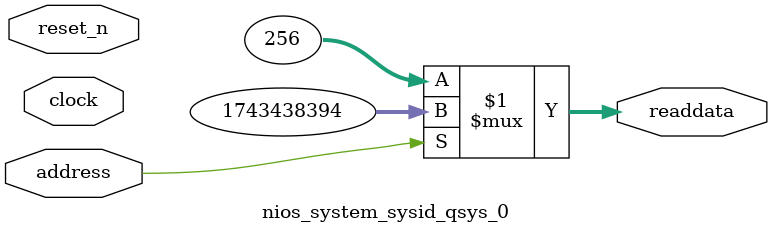
<source format=v>



// synthesis translate_off
`timescale 1ns / 1ps
// synthesis translate_on

// turn off superfluous verilog processor warnings 
// altera message_level Level1 
// altera message_off 10034 10035 10036 10037 10230 10240 10030 

module nios_system_sysid_qsys_0 (
               // inputs:
                address,
                clock,
                reset_n,

               // outputs:
                readdata
             )
;

  output  [ 31: 0] readdata;
  input            address;
  input            clock;
  input            reset_n;

  wire    [ 31: 0] readdata;
  //control_slave, which is an e_avalon_slave
  assign readdata = address ? 1743438394 : 256;

endmodule



</source>
